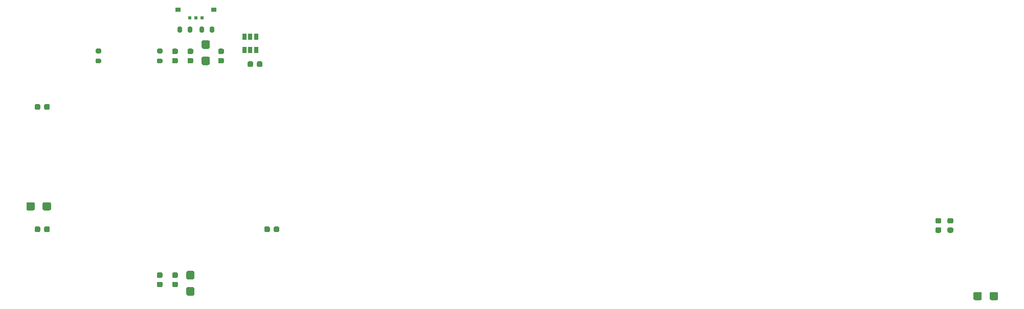
<source format=gbr>
%TF.GenerationSoftware,KiCad,Pcbnew,5.1.9+dfsg1-1~bpo10+1*%
%TF.CreationDate,2023-04-14T13:40:22+02:00*%
%TF.ProjectId,IIsiPDSAdapter,49497369-5044-4534-9164-61707465722e,rev?*%
%TF.SameCoordinates,Original*%
%TF.FileFunction,Paste,Top*%
%TF.FilePolarity,Positive*%
%FSLAX46Y46*%
G04 Gerber Fmt 4.6, Leading zero omitted, Abs format (unit mm)*
G04 Created by KiCad (PCBNEW 5.1.9+dfsg1-1~bpo10+1) date 2023-04-14 13:40:22*
%MOMM*%
%LPD*%
G01*
G04 APERTURE LIST*
%ADD10R,0.900000X0.700000*%
%ADD11R,0.600000X0.510000*%
%ADD12R,0.650000X1.060000*%
G04 APERTURE END LIST*
D10*
%TO.C,S1*%
X88000000Y-99925000D03*
X82000000Y-99925000D03*
D11*
X86000000Y-101280000D03*
X85000000Y-101280000D03*
X84000000Y-101280000D03*
%TD*%
%TO.C,C15*%
G36*
G01*
X216380000Y-147925001D02*
X216380000Y-147074999D01*
G75*
G02*
X216629999Y-146825000I249999J0D01*
G01*
X217530001Y-146825000D01*
G75*
G02*
X217780000Y-147074999I0J-249999D01*
G01*
X217780000Y-147925001D01*
G75*
G02*
X217530001Y-148175000I-249999J0D01*
G01*
X216629999Y-148175000D01*
G75*
G02*
X216380000Y-147925001I0J249999D01*
G01*
G37*
G36*
G01*
X213680000Y-147925001D02*
X213680000Y-147074999D01*
G75*
G02*
X213929999Y-146825000I249999J0D01*
G01*
X214830001Y-146825000D01*
G75*
G02*
X215080000Y-147074999I0J-249999D01*
G01*
X215080000Y-147925001D01*
G75*
G02*
X214830001Y-148175000I-249999J0D01*
G01*
X213929999Y-148175000D01*
G75*
G02*
X213680000Y-147925001I0J249999D01*
G01*
G37*
%TD*%
%TO.C,C14*%
G36*
G01*
X95100000Y-109250000D02*
X95100000Y-108750000D01*
G75*
G02*
X95325000Y-108525000I225000J0D01*
G01*
X95775000Y-108525000D01*
G75*
G02*
X96000000Y-108750000I0J-225000D01*
G01*
X96000000Y-109250000D01*
G75*
G02*
X95775000Y-109475000I-225000J0D01*
G01*
X95325000Y-109475000D01*
G75*
G02*
X95100000Y-109250000I0J225000D01*
G01*
G37*
G36*
G01*
X93550000Y-109250000D02*
X93550000Y-108750000D01*
G75*
G02*
X93775000Y-108525000I225000J0D01*
G01*
X94225000Y-108525000D01*
G75*
G02*
X94450000Y-108750000I0J-225000D01*
G01*
X94450000Y-109250000D01*
G75*
G02*
X94225000Y-109475000I-225000J0D01*
G01*
X93775000Y-109475000D01*
G75*
G02*
X93550000Y-109250000I0J225000D01*
G01*
G37*
%TD*%
D12*
%TO.C,U1*%
X94000000Y-106600000D03*
X94950000Y-106600000D03*
X93050000Y-106600000D03*
X93050000Y-104400000D03*
X94000000Y-104400000D03*
X94950000Y-104400000D03*
%TD*%
%TO.C,R5*%
G36*
G01*
X86391000Y-102975000D02*
X86391000Y-103525000D01*
G75*
G02*
X86191000Y-103725000I-200000J0D01*
G01*
X85791000Y-103725000D01*
G75*
G02*
X85591000Y-103525000I0J200000D01*
G01*
X85591000Y-102975000D01*
G75*
G02*
X85791000Y-102775000I200000J0D01*
G01*
X86191000Y-102775000D01*
G75*
G02*
X86391000Y-102975000I0J-200000D01*
G01*
G37*
G36*
G01*
X88041000Y-102975000D02*
X88041000Y-103525000D01*
G75*
G02*
X87841000Y-103725000I-200000J0D01*
G01*
X87441000Y-103725000D01*
G75*
G02*
X87241000Y-103525000I0J200000D01*
G01*
X87241000Y-102975000D01*
G75*
G02*
X87441000Y-102775000I200000J0D01*
G01*
X87841000Y-102775000D01*
G75*
G02*
X88041000Y-102975000I0J-200000D01*
G01*
G37*
%TD*%
%TO.C,R4*%
G36*
G01*
X83600000Y-103525000D02*
X83600000Y-102975000D01*
G75*
G02*
X83800000Y-102775000I200000J0D01*
G01*
X84200000Y-102775000D01*
G75*
G02*
X84400000Y-102975000I0J-200000D01*
G01*
X84400000Y-103525000D01*
G75*
G02*
X84200000Y-103725000I-200000J0D01*
G01*
X83800000Y-103725000D01*
G75*
G02*
X83600000Y-103525000I0J200000D01*
G01*
G37*
G36*
G01*
X81950000Y-103525000D02*
X81950000Y-102975000D01*
G75*
G02*
X82150000Y-102775000I200000J0D01*
G01*
X82550000Y-102775000D01*
G75*
G02*
X82750000Y-102975000I0J-200000D01*
G01*
X82750000Y-103525000D01*
G75*
G02*
X82550000Y-103725000I-200000J0D01*
G01*
X82150000Y-103725000D01*
G75*
G02*
X81950000Y-103525000I0J200000D01*
G01*
G37*
%TD*%
%TO.C,C13*%
G36*
G01*
X58330000Y-132174999D02*
X58330000Y-133025001D01*
G75*
G02*
X58080001Y-133275000I-249999J0D01*
G01*
X57179999Y-133275000D01*
G75*
G02*
X56930000Y-133025001I0J249999D01*
G01*
X56930000Y-132174999D01*
G75*
G02*
X57179999Y-131925000I249999J0D01*
G01*
X58080001Y-131925000D01*
G75*
G02*
X58330000Y-132174999I0J-249999D01*
G01*
G37*
G36*
G01*
X61030000Y-132174999D02*
X61030000Y-133025001D01*
G75*
G02*
X60780001Y-133275000I-249999J0D01*
G01*
X59879999Y-133275000D01*
G75*
G02*
X59630000Y-133025001I0J249999D01*
G01*
X59630000Y-132174999D01*
G75*
G02*
X59879999Y-131925000I249999J0D01*
G01*
X60780001Y-131925000D01*
G75*
G02*
X61030000Y-132174999I0J-249999D01*
G01*
G37*
%TD*%
%TO.C,C12*%
G36*
G01*
X87045001Y-106440000D02*
X86194999Y-106440000D01*
G75*
G02*
X85945000Y-106190001I0J249999D01*
G01*
X85945000Y-105289999D01*
G75*
G02*
X86194999Y-105040000I249999J0D01*
G01*
X87045001Y-105040000D01*
G75*
G02*
X87295000Y-105289999I0J-249999D01*
G01*
X87295000Y-106190001D01*
G75*
G02*
X87045001Y-106440000I-249999J0D01*
G01*
G37*
G36*
G01*
X87045001Y-109140000D02*
X86194999Y-109140000D01*
G75*
G02*
X85945000Y-108890001I0J249999D01*
G01*
X85945000Y-107989999D01*
G75*
G02*
X86194999Y-107740000I249999J0D01*
G01*
X87045001Y-107740000D01*
G75*
G02*
X87295000Y-107989999I0J-249999D01*
G01*
X87295000Y-108890001D01*
G75*
G02*
X87045001Y-109140000I-249999J0D01*
G01*
G37*
%TD*%
%TO.C,C11*%
G36*
G01*
X83654999Y-146027000D02*
X84505001Y-146027000D01*
G75*
G02*
X84755000Y-146276999I0J-249999D01*
G01*
X84755000Y-147177001D01*
G75*
G02*
X84505001Y-147427000I-249999J0D01*
G01*
X83654999Y-147427000D01*
G75*
G02*
X83405000Y-147177001I0J249999D01*
G01*
X83405000Y-146276999D01*
G75*
G02*
X83654999Y-146027000I249999J0D01*
G01*
G37*
G36*
G01*
X83654999Y-143327000D02*
X84505001Y-143327000D01*
G75*
G02*
X84755000Y-143576999I0J-249999D01*
G01*
X84755000Y-144477001D01*
G75*
G02*
X84505001Y-144727000I-249999J0D01*
G01*
X83654999Y-144727000D01*
G75*
G02*
X83405000Y-144477001I0J249999D01*
G01*
X83405000Y-143576999D01*
G75*
G02*
X83654999Y-143327000I249999J0D01*
G01*
G37*
%TD*%
%TO.C,C10*%
G36*
G01*
X209630000Y-136100000D02*
X210130000Y-136100000D01*
G75*
G02*
X210355000Y-136325000I0J-225000D01*
G01*
X210355000Y-136775000D01*
G75*
G02*
X210130000Y-137000000I-225000J0D01*
G01*
X209630000Y-137000000D01*
G75*
G02*
X209405000Y-136775000I0J225000D01*
G01*
X209405000Y-136325000D01*
G75*
G02*
X209630000Y-136100000I225000J0D01*
G01*
G37*
G36*
G01*
X209630000Y-134550000D02*
X210130000Y-134550000D01*
G75*
G02*
X210355000Y-134775000I0J-225000D01*
G01*
X210355000Y-135225000D01*
G75*
G02*
X210130000Y-135450000I-225000J0D01*
G01*
X209630000Y-135450000D01*
G75*
G02*
X209405000Y-135225000I0J225000D01*
G01*
X209405000Y-134775000D01*
G75*
G02*
X209630000Y-134550000I225000J0D01*
G01*
G37*
%TD*%
%TO.C,C9*%
G36*
G01*
X207630000Y-136100000D02*
X208130000Y-136100000D01*
G75*
G02*
X208355000Y-136325000I0J-225000D01*
G01*
X208355000Y-136775000D01*
G75*
G02*
X208130000Y-137000000I-225000J0D01*
G01*
X207630000Y-137000000D01*
G75*
G02*
X207405000Y-136775000I0J225000D01*
G01*
X207405000Y-136325000D01*
G75*
G02*
X207630000Y-136100000I225000J0D01*
G01*
G37*
G36*
G01*
X207630000Y-134550000D02*
X208130000Y-134550000D01*
G75*
G02*
X208355000Y-134775000I0J-225000D01*
G01*
X208355000Y-135225000D01*
G75*
G02*
X208130000Y-135450000I-225000J0D01*
G01*
X207630000Y-135450000D01*
G75*
G02*
X207405000Y-135225000I0J225000D01*
G01*
X207405000Y-134775000D01*
G75*
G02*
X207630000Y-134550000I225000J0D01*
G01*
G37*
%TD*%
%TO.C,R2*%
G36*
G01*
X69115000Y-107220000D02*
X68565000Y-107220000D01*
G75*
G02*
X68365000Y-107020000I0J200000D01*
G01*
X68365000Y-106620000D01*
G75*
G02*
X68565000Y-106420000I200000J0D01*
G01*
X69115000Y-106420000D01*
G75*
G02*
X69315000Y-106620000I0J-200000D01*
G01*
X69315000Y-107020000D01*
G75*
G02*
X69115000Y-107220000I-200000J0D01*
G01*
G37*
G36*
G01*
X69115000Y-108870000D02*
X68565000Y-108870000D01*
G75*
G02*
X68365000Y-108670000I0J200000D01*
G01*
X68365000Y-108270000D01*
G75*
G02*
X68565000Y-108070000I200000J0D01*
G01*
X69115000Y-108070000D01*
G75*
G02*
X69315000Y-108270000I0J-200000D01*
G01*
X69315000Y-108670000D01*
G75*
G02*
X69115000Y-108870000I-200000J0D01*
G01*
G37*
%TD*%
%TO.C,R1*%
G36*
G01*
X79275000Y-107220000D02*
X78725000Y-107220000D01*
G75*
G02*
X78525000Y-107020000I0J200000D01*
G01*
X78525000Y-106620000D01*
G75*
G02*
X78725000Y-106420000I200000J0D01*
G01*
X79275000Y-106420000D01*
G75*
G02*
X79475000Y-106620000I0J-200000D01*
G01*
X79475000Y-107020000D01*
G75*
G02*
X79275000Y-107220000I-200000J0D01*
G01*
G37*
G36*
G01*
X79275000Y-108870000D02*
X78725000Y-108870000D01*
G75*
G02*
X78525000Y-108670000I0J200000D01*
G01*
X78525000Y-108270000D01*
G75*
G02*
X78725000Y-108070000I200000J0D01*
G01*
X79275000Y-108070000D01*
G75*
G02*
X79475000Y-108270000I0J-200000D01*
G01*
X79475000Y-108670000D01*
G75*
G02*
X79275000Y-108870000I-200000J0D01*
G01*
G37*
%TD*%
%TO.C,C7*%
G36*
G01*
X59230000Y-115840000D02*
X59230000Y-116340000D01*
G75*
G02*
X59005000Y-116565000I-225000J0D01*
G01*
X58555000Y-116565000D01*
G75*
G02*
X58330000Y-116340000I0J225000D01*
G01*
X58330000Y-115840000D01*
G75*
G02*
X58555000Y-115615000I225000J0D01*
G01*
X59005000Y-115615000D01*
G75*
G02*
X59230000Y-115840000I0J-225000D01*
G01*
G37*
G36*
G01*
X60780000Y-115840000D02*
X60780000Y-116340000D01*
G75*
G02*
X60555000Y-116565000I-225000J0D01*
G01*
X60105000Y-116565000D01*
G75*
G02*
X59880000Y-116340000I0J225000D01*
G01*
X59880000Y-115840000D01*
G75*
G02*
X60105000Y-115615000I225000J0D01*
G01*
X60555000Y-115615000D01*
G75*
G02*
X60780000Y-115840000I0J-225000D01*
G01*
G37*
%TD*%
%TO.C,C8*%
G36*
G01*
X59230000Y-136160000D02*
X59230000Y-136660000D01*
G75*
G02*
X59005000Y-136885000I-225000J0D01*
G01*
X58555000Y-136885000D01*
G75*
G02*
X58330000Y-136660000I0J225000D01*
G01*
X58330000Y-136160000D01*
G75*
G02*
X58555000Y-135935000I225000J0D01*
G01*
X59005000Y-135935000D01*
G75*
G02*
X59230000Y-136160000I0J-225000D01*
G01*
G37*
G36*
G01*
X60780000Y-136160000D02*
X60780000Y-136660000D01*
G75*
G02*
X60555000Y-136885000I-225000J0D01*
G01*
X60105000Y-136885000D01*
G75*
G02*
X59880000Y-136660000I0J225000D01*
G01*
X59880000Y-136160000D01*
G75*
G02*
X60105000Y-135935000I225000J0D01*
G01*
X60555000Y-135935000D01*
G75*
G02*
X60780000Y-136160000I0J-225000D01*
G01*
G37*
%TD*%
%TO.C,C3*%
G36*
G01*
X97880000Y-136660000D02*
X97880000Y-136160000D01*
G75*
G02*
X98105000Y-135935000I225000J0D01*
G01*
X98555000Y-135935000D01*
G75*
G02*
X98780000Y-136160000I0J-225000D01*
G01*
X98780000Y-136660000D01*
G75*
G02*
X98555000Y-136885000I-225000J0D01*
G01*
X98105000Y-136885000D01*
G75*
G02*
X97880000Y-136660000I0J225000D01*
G01*
G37*
G36*
G01*
X96330000Y-136660000D02*
X96330000Y-136160000D01*
G75*
G02*
X96555000Y-135935000I225000J0D01*
G01*
X97005000Y-135935000D01*
G75*
G02*
X97230000Y-136160000I0J-225000D01*
G01*
X97230000Y-136660000D01*
G75*
G02*
X97005000Y-136885000I-225000J0D01*
G01*
X96555000Y-136885000D01*
G75*
G02*
X96330000Y-136660000I0J225000D01*
G01*
G37*
%TD*%
%TO.C,C1*%
G36*
G01*
X78750000Y-145127000D02*
X79250000Y-145127000D01*
G75*
G02*
X79475000Y-145352000I0J-225000D01*
G01*
X79475000Y-145802000D01*
G75*
G02*
X79250000Y-146027000I-225000J0D01*
G01*
X78750000Y-146027000D01*
G75*
G02*
X78525000Y-145802000I0J225000D01*
G01*
X78525000Y-145352000D01*
G75*
G02*
X78750000Y-145127000I225000J0D01*
G01*
G37*
G36*
G01*
X78750000Y-143577000D02*
X79250000Y-143577000D01*
G75*
G02*
X79475000Y-143802000I0J-225000D01*
G01*
X79475000Y-144252000D01*
G75*
G02*
X79250000Y-144477000I-225000J0D01*
G01*
X78750000Y-144477000D01*
G75*
G02*
X78525000Y-144252000I0J225000D01*
G01*
X78525000Y-143802000D01*
G75*
G02*
X78750000Y-143577000I225000J0D01*
G01*
G37*
%TD*%
%TO.C,C2*%
G36*
G01*
X81290000Y-145127000D02*
X81790000Y-145127000D01*
G75*
G02*
X82015000Y-145352000I0J-225000D01*
G01*
X82015000Y-145802000D01*
G75*
G02*
X81790000Y-146027000I-225000J0D01*
G01*
X81290000Y-146027000D01*
G75*
G02*
X81065000Y-145802000I0J225000D01*
G01*
X81065000Y-145352000D01*
G75*
G02*
X81290000Y-145127000I225000J0D01*
G01*
G37*
G36*
G01*
X81290000Y-143577000D02*
X81790000Y-143577000D01*
G75*
G02*
X82015000Y-143802000I0J-225000D01*
G01*
X82015000Y-144252000D01*
G75*
G02*
X81790000Y-144477000I-225000J0D01*
G01*
X81290000Y-144477000D01*
G75*
G02*
X81065000Y-144252000I0J225000D01*
G01*
X81065000Y-143802000D01*
G75*
G02*
X81290000Y-143577000I225000J0D01*
G01*
G37*
%TD*%
%TO.C,C5*%
G36*
G01*
X84330000Y-107320000D02*
X83830000Y-107320000D01*
G75*
G02*
X83605000Y-107095000I0J225000D01*
G01*
X83605000Y-106645000D01*
G75*
G02*
X83830000Y-106420000I225000J0D01*
G01*
X84330000Y-106420000D01*
G75*
G02*
X84555000Y-106645000I0J-225000D01*
G01*
X84555000Y-107095000D01*
G75*
G02*
X84330000Y-107320000I-225000J0D01*
G01*
G37*
G36*
G01*
X84330000Y-108870000D02*
X83830000Y-108870000D01*
G75*
G02*
X83605000Y-108645000I0J225000D01*
G01*
X83605000Y-108195000D01*
G75*
G02*
X83830000Y-107970000I225000J0D01*
G01*
X84330000Y-107970000D01*
G75*
G02*
X84555000Y-108195000I0J-225000D01*
G01*
X84555000Y-108645000D01*
G75*
G02*
X84330000Y-108870000I-225000J0D01*
G01*
G37*
%TD*%
%TO.C,C6*%
G36*
G01*
X81790000Y-107320000D02*
X81290000Y-107320000D01*
G75*
G02*
X81065000Y-107095000I0J225000D01*
G01*
X81065000Y-106645000D01*
G75*
G02*
X81290000Y-106420000I225000J0D01*
G01*
X81790000Y-106420000D01*
G75*
G02*
X82015000Y-106645000I0J-225000D01*
G01*
X82015000Y-107095000D01*
G75*
G02*
X81790000Y-107320000I-225000J0D01*
G01*
G37*
G36*
G01*
X81790000Y-108870000D02*
X81290000Y-108870000D01*
G75*
G02*
X81065000Y-108645000I0J225000D01*
G01*
X81065000Y-108195000D01*
G75*
G02*
X81290000Y-107970000I225000J0D01*
G01*
X81790000Y-107970000D01*
G75*
G02*
X82015000Y-108195000I0J-225000D01*
G01*
X82015000Y-108645000D01*
G75*
G02*
X81790000Y-108870000I-225000J0D01*
G01*
G37*
%TD*%
%TO.C,C4*%
G36*
G01*
X89410000Y-107320000D02*
X88910000Y-107320000D01*
G75*
G02*
X88685000Y-107095000I0J225000D01*
G01*
X88685000Y-106645000D01*
G75*
G02*
X88910000Y-106420000I225000J0D01*
G01*
X89410000Y-106420000D01*
G75*
G02*
X89635000Y-106645000I0J-225000D01*
G01*
X89635000Y-107095000D01*
G75*
G02*
X89410000Y-107320000I-225000J0D01*
G01*
G37*
G36*
G01*
X89410000Y-108870000D02*
X88910000Y-108870000D01*
G75*
G02*
X88685000Y-108645000I0J225000D01*
G01*
X88685000Y-108195000D01*
G75*
G02*
X88910000Y-107970000I225000J0D01*
G01*
X89410000Y-107970000D01*
G75*
G02*
X89635000Y-108195000I0J-225000D01*
G01*
X89635000Y-108645000D01*
G75*
G02*
X89410000Y-108870000I-225000J0D01*
G01*
G37*
%TD*%
M02*

</source>
